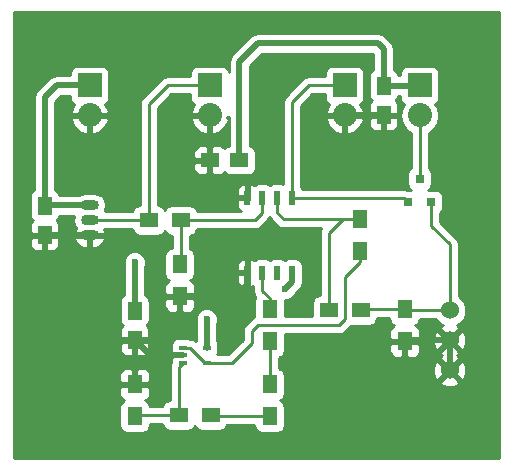
<source format=gbr>
G04 #@! TF.FileFunction,Copper,L1,Top,Signal*
%FSLAX46Y46*%
G04 Gerber Fmt 4.6, Leading zero omitted, Abs format (unit mm)*
G04 Created by KiCad (PCBNEW 4.0.2-stable) date Tuesday, April 12, 2016 'PMt' 12:32:30 PM*
%MOMM*%
G01*
G04 APERTURE LIST*
%ADD10C,0.100000*%
%ADD11R,1.500000X1.250000*%
%ADD12R,1.250000X1.500000*%
%ADD13R,2.032000X2.032000*%
%ADD14O,2.032000X2.032000*%
%ADD15R,0.800100X0.800100*%
%ADD16R,1.500000X1.300000*%
%ADD17R,1.300000X1.500000*%
%ADD18C,1.524000*%
%ADD19R,0.508000X1.143000*%
%ADD20R,0.660400X0.406400*%
%ADD21O,1.501140X0.899160*%
%ADD22C,0.600000*%
%ADD23C,0.500000*%
%ADD24C,0.250000*%
%ADD25C,0.254000*%
G04 APERTURE END LIST*
D10*
D11*
X62250000Y-105410000D03*
X64750000Y-105410000D03*
D12*
X55880000Y-120630000D03*
X55880000Y-118130000D03*
X76962000Y-101580000D03*
X76962000Y-99080000D03*
X48260000Y-111740000D03*
X48260000Y-109240000D03*
D13*
X52070000Y-99060000D03*
D14*
X52070000Y-101600000D03*
D13*
X80010000Y-99060000D03*
D14*
X80010000Y-101600000D03*
D13*
X73660000Y-99060000D03*
D14*
X73660000Y-101600000D03*
D13*
X62230000Y-99060000D03*
D14*
X62230000Y-101600000D03*
D15*
X79060000Y-108950760D03*
X80960000Y-108950760D03*
X80010000Y-106951780D03*
D16*
X59770000Y-110490000D03*
X57070000Y-110490000D03*
D17*
X59690000Y-116920000D03*
X59690000Y-114220000D03*
D16*
X75010000Y-118110000D03*
X72310000Y-118110000D03*
D17*
X74930000Y-113110000D03*
X74930000Y-110410000D03*
X67310000Y-120730000D03*
X67310000Y-118030000D03*
X55880000Y-124380000D03*
X55880000Y-127080000D03*
X67310000Y-124380000D03*
X67310000Y-127080000D03*
D16*
X62310000Y-127000000D03*
X59610000Y-127000000D03*
D17*
X78740000Y-120730000D03*
X78740000Y-118030000D03*
D18*
X82550000Y-120650000D03*
X82550000Y-123190000D03*
X82550000Y-118110000D03*
D19*
X69215000Y-114935000D03*
X67945000Y-114935000D03*
X66675000Y-114935000D03*
X65405000Y-114935000D03*
X65405000Y-108585000D03*
X66675000Y-108585000D03*
X67945000Y-108585000D03*
X69215000Y-108585000D03*
D20*
X59944000Y-121259600D03*
X59944000Y-122580400D03*
X59944000Y-121920000D03*
X61976000Y-122580400D03*
X61976000Y-121259600D03*
D21*
X52070000Y-110490000D03*
X52070000Y-111760000D03*
X52070000Y-109220000D03*
D22*
X68580000Y-116332000D03*
X61976000Y-118872000D03*
X55880000Y-114046000D03*
D23*
X76962000Y-101580000D02*
X73680000Y-101580000D01*
X73680000Y-101580000D02*
X73660000Y-101600000D01*
X62230000Y-101600000D02*
X62230000Y-105390000D01*
X62230000Y-105390000D02*
X62250000Y-105410000D01*
X59944000Y-121920000D02*
X57170000Y-121920000D01*
X57170000Y-121920000D02*
X55880000Y-120630000D01*
X59690000Y-116920000D02*
X64436000Y-116920000D01*
X65405000Y-115951000D02*
X65405000Y-114935000D01*
X64436000Y-116920000D02*
X65405000Y-115951000D01*
X62250000Y-105410000D02*
X62250000Y-107716000D01*
X63119000Y-108585000D02*
X65405000Y-108585000D01*
X62250000Y-107716000D02*
X63119000Y-108585000D01*
X59690000Y-116920000D02*
X59690000Y-118872000D01*
X57932000Y-120630000D02*
X55880000Y-120630000D01*
X59690000Y-118872000D02*
X57932000Y-120630000D01*
X55880000Y-120630000D02*
X55880000Y-124380000D01*
X52070000Y-111760000D02*
X52070000Y-119634000D01*
X52070000Y-119634000D02*
X53066000Y-120630000D01*
X53066000Y-120630000D02*
X55880000Y-120630000D01*
X82550000Y-120650000D02*
X78820000Y-120650000D01*
X78820000Y-120650000D02*
X78740000Y-120730000D01*
X82550000Y-123190000D02*
X82550000Y-120650000D01*
X62230000Y-105390000D02*
X62250000Y-105410000D01*
X48240000Y-111760000D02*
X52070000Y-111760000D01*
X52070000Y-99060000D02*
X49276000Y-99060000D01*
X48260000Y-100076000D02*
X48260000Y-109240000D01*
X49276000Y-99060000D02*
X48260000Y-100076000D01*
X69215000Y-114935000D02*
X69215000Y-115697000D01*
X69215000Y-115697000D02*
X68580000Y-116332000D01*
X61976000Y-121259600D02*
X61976000Y-118872000D01*
X55880000Y-118130000D02*
X55880000Y-114046000D01*
X76962000Y-99080000D02*
X76962000Y-96012000D01*
X64750000Y-97048000D02*
X64750000Y-105410000D01*
X66294000Y-95504000D02*
X64750000Y-97048000D01*
X76454000Y-95504000D02*
X66294000Y-95504000D01*
X76962000Y-96012000D02*
X76454000Y-95504000D01*
X76962000Y-99080000D02*
X79990000Y-99080000D01*
X79990000Y-99080000D02*
X80010000Y-99060000D01*
X48240000Y-109220000D02*
X52070000Y-109220000D01*
D24*
X80010000Y-101600000D02*
X80010000Y-106951780D01*
X69215000Y-108585000D02*
X69215000Y-100457000D01*
X70612000Y-99060000D02*
X73660000Y-99060000D01*
X69215000Y-100457000D02*
X70612000Y-99060000D01*
X69215000Y-108585000D02*
X78694240Y-108585000D01*
X78694240Y-108585000D02*
X79060000Y-108950760D01*
X52070000Y-110490000D02*
X57070000Y-110490000D01*
X57070000Y-110490000D02*
X57070000Y-100664000D01*
X57070000Y-100664000D02*
X58674000Y-99060000D01*
X58674000Y-99060000D02*
X62230000Y-99060000D01*
X78740000Y-118030000D02*
X75090000Y-118030000D01*
X75090000Y-118030000D02*
X75010000Y-118110000D01*
X82550000Y-118110000D02*
X78820000Y-118110000D01*
X78820000Y-118110000D02*
X78740000Y-118030000D01*
X80960000Y-108950760D02*
X80960000Y-110932000D01*
X82550000Y-112522000D02*
X82550000Y-118110000D01*
X80960000Y-110932000D02*
X82550000Y-112522000D01*
D23*
X75090000Y-118030000D02*
X75010000Y-118110000D01*
X82470000Y-118030000D02*
X82550000Y-118110000D01*
D24*
X59770000Y-110490000D02*
X66040000Y-110490000D01*
X66675000Y-109855000D02*
X66675000Y-108585000D01*
X66040000Y-110490000D02*
X66675000Y-109855000D01*
X59770000Y-110490000D02*
X59770000Y-114140000D01*
D23*
X59770000Y-114140000D02*
X59690000Y-114220000D01*
D24*
X67945000Y-108585000D02*
X67945000Y-109855000D01*
X68500000Y-110410000D02*
X73486000Y-110410000D01*
X67945000Y-109855000D02*
X68500000Y-110410000D01*
X72310000Y-118110000D02*
X72310000Y-111586000D01*
X73486000Y-110410000D02*
X74930000Y-110410000D01*
X72310000Y-111586000D02*
X73486000Y-110410000D01*
X61976000Y-122580400D02*
X64109600Y-122580400D01*
X74930000Y-114046000D02*
X74930000Y-113110000D01*
X73660000Y-115316000D02*
X74930000Y-114046000D01*
X73660000Y-118872000D02*
X73660000Y-115316000D01*
X73152000Y-119380000D02*
X73660000Y-118872000D01*
X66294000Y-119380000D02*
X73152000Y-119380000D01*
X65786000Y-119888000D02*
X66294000Y-119380000D01*
X65786000Y-120904000D02*
X65786000Y-119888000D01*
X64109600Y-122580400D02*
X65786000Y-120904000D01*
X59944000Y-121259600D02*
X60553600Y-121259600D01*
X60553600Y-121259600D02*
X61874400Y-122580400D01*
X61874400Y-122580400D02*
X61976000Y-122580400D01*
X67310000Y-120730000D02*
X67310000Y-124380000D01*
X66675000Y-114935000D02*
X66675000Y-116459000D01*
X67310000Y-117094000D02*
X67310000Y-118030000D01*
X66675000Y-116459000D02*
X67310000Y-117094000D01*
X59610000Y-127000000D02*
X59610000Y-122914400D01*
X59610000Y-122914400D02*
X59944000Y-122580400D01*
X59610000Y-127000000D02*
X55960000Y-127000000D01*
X55960000Y-127000000D02*
X55880000Y-127080000D01*
D23*
X59530000Y-127080000D02*
X59610000Y-127000000D01*
D24*
X67310000Y-127080000D02*
X62390000Y-127080000D01*
X62390000Y-127080000D02*
X62310000Y-127000000D01*
D23*
X67230000Y-127000000D02*
X67310000Y-127080000D01*
D25*
G36*
X86691000Y-130633000D02*
X45643000Y-130633000D01*
X45643000Y-123503691D01*
X54595000Y-123503691D01*
X54595000Y-124094250D01*
X54753750Y-124253000D01*
X55753000Y-124253000D01*
X55753000Y-123153750D01*
X56007000Y-123153750D01*
X56007000Y-124253000D01*
X57006250Y-124253000D01*
X57165000Y-124094250D01*
X57165000Y-123503691D01*
X57068327Y-123270302D01*
X56889699Y-123091673D01*
X56656310Y-122995000D01*
X56165750Y-122995000D01*
X56007000Y-123153750D01*
X55753000Y-123153750D01*
X55594250Y-122995000D01*
X55103690Y-122995000D01*
X54870301Y-123091673D01*
X54691673Y-123270302D01*
X54595000Y-123503691D01*
X45643000Y-123503691D01*
X45643000Y-120915750D01*
X54620000Y-120915750D01*
X54620000Y-121506309D01*
X54716673Y-121739698D01*
X54895301Y-121918327D01*
X55128690Y-122015000D01*
X55594250Y-122015000D01*
X55753000Y-121856250D01*
X55753000Y-120757000D01*
X56007000Y-120757000D01*
X56007000Y-121856250D01*
X56165750Y-122015000D01*
X56631310Y-122015000D01*
X56864699Y-121918327D01*
X57043327Y-121739698D01*
X57140000Y-121506309D01*
X57140000Y-120915750D01*
X56981250Y-120757000D01*
X56007000Y-120757000D01*
X55753000Y-120757000D01*
X54778750Y-120757000D01*
X54620000Y-120915750D01*
X45643000Y-120915750D01*
X45643000Y-117380000D01*
X54607560Y-117380000D01*
X54607560Y-118880000D01*
X54651838Y-119115317D01*
X54790910Y-119331441D01*
X54859006Y-119377969D01*
X54716673Y-119520302D01*
X54620000Y-119753691D01*
X54620000Y-120344250D01*
X54778750Y-120503000D01*
X55753000Y-120503000D01*
X55753000Y-120483000D01*
X56007000Y-120483000D01*
X56007000Y-120503000D01*
X56981250Y-120503000D01*
X57140000Y-120344250D01*
X57140000Y-119753691D01*
X57043327Y-119520302D01*
X56902090Y-119379064D01*
X56956441Y-119344090D01*
X57101431Y-119131890D01*
X57152440Y-118880000D01*
X57152440Y-117380000D01*
X57119653Y-117205750D01*
X58405000Y-117205750D01*
X58405000Y-117796309D01*
X58501673Y-118029698D01*
X58680301Y-118208327D01*
X58913690Y-118305000D01*
X59404250Y-118305000D01*
X59563000Y-118146250D01*
X59563000Y-117047000D01*
X59817000Y-117047000D01*
X59817000Y-118146250D01*
X59975750Y-118305000D01*
X60466310Y-118305000D01*
X60699699Y-118208327D01*
X60878327Y-118029698D01*
X60975000Y-117796309D01*
X60975000Y-117205750D01*
X60816250Y-117047000D01*
X59817000Y-117047000D01*
X59563000Y-117047000D01*
X58563750Y-117047000D01*
X58405000Y-117205750D01*
X57119653Y-117205750D01*
X57108162Y-117144683D01*
X56969090Y-116928559D01*
X56765000Y-116789110D01*
X56765000Y-114352822D01*
X56814838Y-114232799D01*
X56815162Y-113860833D01*
X56673117Y-113517057D01*
X56410327Y-113253808D01*
X56066799Y-113111162D01*
X55694833Y-113110838D01*
X55351057Y-113252883D01*
X55087808Y-113515673D01*
X54945162Y-113859201D01*
X54944838Y-114231167D01*
X54995000Y-114352569D01*
X54995000Y-116792721D01*
X54803559Y-116915910D01*
X54658569Y-117128110D01*
X54607560Y-117380000D01*
X45643000Y-117380000D01*
X45643000Y-112025750D01*
X47000000Y-112025750D01*
X47000000Y-112616309D01*
X47096673Y-112849698D01*
X47275301Y-113028327D01*
X47508690Y-113125000D01*
X47974250Y-113125000D01*
X48133000Y-112966250D01*
X48133000Y-111867000D01*
X48387000Y-111867000D01*
X48387000Y-112966250D01*
X48545750Y-113125000D01*
X49011310Y-113125000D01*
X49244699Y-113028327D01*
X49423327Y-112849698D01*
X49520000Y-112616309D01*
X49520000Y-112053935D01*
X50725019Y-112053935D01*
X50912294Y-112437111D01*
X51236627Y-112713420D01*
X51642010Y-112844580D01*
X51943000Y-112844580D01*
X51943000Y-111887000D01*
X52197000Y-111887000D01*
X52197000Y-112844580D01*
X52497990Y-112844580D01*
X52903373Y-112713420D01*
X53227706Y-112437111D01*
X53414981Y-112053935D01*
X53288068Y-111887000D01*
X52197000Y-111887000D01*
X51943000Y-111887000D01*
X50851932Y-111887000D01*
X50725019Y-112053935D01*
X49520000Y-112053935D01*
X49520000Y-112025750D01*
X49361250Y-111867000D01*
X48387000Y-111867000D01*
X48133000Y-111867000D01*
X47158750Y-111867000D01*
X47000000Y-112025750D01*
X45643000Y-112025750D01*
X45643000Y-108490000D01*
X46987560Y-108490000D01*
X46987560Y-109990000D01*
X47031838Y-110225317D01*
X47170910Y-110441441D01*
X47239006Y-110487969D01*
X47096673Y-110630302D01*
X47000000Y-110863691D01*
X47000000Y-111454250D01*
X47158750Y-111613000D01*
X48133000Y-111613000D01*
X48133000Y-111593000D01*
X48387000Y-111593000D01*
X48387000Y-111613000D01*
X49361250Y-111613000D01*
X49520000Y-111454250D01*
X49520000Y-110863691D01*
X49423327Y-110630302D01*
X49282090Y-110489064D01*
X49336441Y-110454090D01*
X49481431Y-110241890D01*
X49509152Y-110105000D01*
X50733866Y-110105000D01*
X50657285Y-110490000D01*
X50739844Y-110905051D01*
X50889641Y-111129238D01*
X50725019Y-111466065D01*
X50851932Y-111633000D01*
X51943000Y-111633000D01*
X51943000Y-111613000D01*
X52197000Y-111613000D01*
X52197000Y-111633000D01*
X53288068Y-111633000D01*
X53414981Y-111466065D01*
X53309381Y-111250000D01*
X55693258Y-111250000D01*
X55716838Y-111375317D01*
X55855910Y-111591441D01*
X56068110Y-111736431D01*
X56320000Y-111787440D01*
X57820000Y-111787440D01*
X58055317Y-111743162D01*
X58271441Y-111604090D01*
X58416431Y-111391890D01*
X58419081Y-111378803D01*
X58555910Y-111591441D01*
X58768110Y-111736431D01*
X59010000Y-111785415D01*
X59010000Y-112828205D01*
X58804683Y-112866838D01*
X58588559Y-113005910D01*
X58443569Y-113218110D01*
X58392560Y-113470000D01*
X58392560Y-114970000D01*
X58436838Y-115205317D01*
X58575910Y-115421441D01*
X58788110Y-115566431D01*
X58821490Y-115573191D01*
X58680301Y-115631673D01*
X58501673Y-115810302D01*
X58405000Y-116043691D01*
X58405000Y-116634250D01*
X58563750Y-116793000D01*
X59563000Y-116793000D01*
X59563000Y-116773000D01*
X59817000Y-116773000D01*
X59817000Y-116793000D01*
X60816250Y-116793000D01*
X60975000Y-116634250D01*
X60975000Y-116043691D01*
X60878327Y-115810302D01*
X60699699Y-115631673D01*
X60563713Y-115575346D01*
X60575317Y-115573162D01*
X60791441Y-115434090D01*
X60936431Y-115221890D01*
X60936661Y-115220750D01*
X64516000Y-115220750D01*
X64516000Y-115632810D01*
X64612673Y-115866199D01*
X64791302Y-116044827D01*
X65024691Y-116141500D01*
X65119250Y-116141500D01*
X65278000Y-115982750D01*
X65278000Y-115062000D01*
X64674750Y-115062000D01*
X64516000Y-115220750D01*
X60936661Y-115220750D01*
X60987440Y-114970000D01*
X60987440Y-114237190D01*
X64516000Y-114237190D01*
X64516000Y-114649250D01*
X64674750Y-114808000D01*
X65278000Y-114808000D01*
X65278000Y-113887250D01*
X65119250Y-113728500D01*
X65024691Y-113728500D01*
X64791302Y-113825173D01*
X64612673Y-114003801D01*
X64516000Y-114237190D01*
X60987440Y-114237190D01*
X60987440Y-113470000D01*
X60943162Y-113234683D01*
X60804090Y-113018559D01*
X60591890Y-112873569D01*
X60530000Y-112861036D01*
X60530000Y-111785558D01*
X60755317Y-111743162D01*
X60971441Y-111604090D01*
X61116431Y-111391890D01*
X61145164Y-111250000D01*
X66040000Y-111250000D01*
X66330839Y-111192148D01*
X66577401Y-111027401D01*
X67212401Y-110392401D01*
X67310000Y-110246333D01*
X67407599Y-110392401D01*
X67962599Y-110947401D01*
X68209161Y-111112148D01*
X68500000Y-111170000D01*
X71691482Y-111170000D01*
X71607852Y-111295161D01*
X71550000Y-111586000D01*
X71550000Y-116814442D01*
X71324683Y-116856838D01*
X71108559Y-116995910D01*
X70963569Y-117208110D01*
X70912560Y-117460000D01*
X70912560Y-118620000D01*
X68607440Y-118620000D01*
X68607440Y-117280000D01*
X68604998Y-117267022D01*
X68765167Y-117267162D01*
X69108943Y-117125117D01*
X69372192Y-116862327D01*
X69422566Y-116741014D01*
X69840787Y-116322792D01*
X69840790Y-116322790D01*
X70032633Y-116035675D01*
X70032634Y-116035674D01*
X70100001Y-115697000D01*
X70100000Y-115696995D01*
X70100000Y-115587683D01*
X70116440Y-115506500D01*
X70116440Y-114363500D01*
X70072162Y-114128183D01*
X69933090Y-113912059D01*
X69720890Y-113767069D01*
X69469000Y-113716060D01*
X68961000Y-113716060D01*
X68725683Y-113760338D01*
X68579093Y-113854666D01*
X68450890Y-113767069D01*
X68199000Y-113716060D01*
X67691000Y-113716060D01*
X67455683Y-113760338D01*
X67309093Y-113854666D01*
X67180890Y-113767069D01*
X66929000Y-113716060D01*
X66421000Y-113716060D01*
X66185683Y-113760338D01*
X66044629Y-113851104D01*
X66018698Y-113825173D01*
X65785309Y-113728500D01*
X65690750Y-113728500D01*
X65532000Y-113887250D01*
X65532000Y-114808000D01*
X65552000Y-114808000D01*
X65552000Y-115062000D01*
X65532000Y-115062000D01*
X65532000Y-115982750D01*
X65690750Y-116141500D01*
X65785309Y-116141500D01*
X65915000Y-116087780D01*
X65915000Y-116459000D01*
X65972852Y-116749839D01*
X66111709Y-116957654D01*
X66063569Y-117028110D01*
X66012560Y-117280000D01*
X66012560Y-118675982D01*
X66003161Y-118677852D01*
X65850285Y-118780000D01*
X65756599Y-118842599D01*
X65248599Y-119350599D01*
X65083852Y-119597161D01*
X65026000Y-119888000D01*
X65026000Y-120589198D01*
X63794798Y-121820400D01*
X62830402Y-121820400D01*
X62902631Y-121714690D01*
X62953640Y-121462800D01*
X62953640Y-121056400D01*
X62909362Y-120821083D01*
X62861000Y-120745926D01*
X62861000Y-119178822D01*
X62910838Y-119058799D01*
X62911162Y-118686833D01*
X62769117Y-118343057D01*
X62506327Y-118079808D01*
X62162799Y-117937162D01*
X61790833Y-117936838D01*
X61447057Y-118078883D01*
X61183808Y-118341673D01*
X61041162Y-118685201D01*
X61040838Y-119057167D01*
X61091000Y-119178569D01*
X61091000Y-120722198D01*
X60844439Y-120557452D01*
X60596614Y-120508156D01*
X60526090Y-120459969D01*
X60274200Y-120408960D01*
X59613800Y-120408960D01*
X59378483Y-120453238D01*
X59162359Y-120592310D01*
X59017369Y-120804510D01*
X58966360Y-121056400D01*
X58966360Y-121462800D01*
X58986767Y-121571256D01*
X58978800Y-121590491D01*
X58978800Y-121659650D01*
X59009102Y-121689952D01*
X59010638Y-121698117D01*
X59149710Y-121914241D01*
X59157806Y-121919773D01*
X59017369Y-122125310D01*
X59013187Y-122145963D01*
X58978800Y-122180350D01*
X58978800Y-122249509D01*
X58987812Y-122271266D01*
X58966360Y-122377200D01*
X58966360Y-122535997D01*
X58907852Y-122623561D01*
X58850000Y-122914400D01*
X58850000Y-125704442D01*
X58624683Y-125746838D01*
X58408559Y-125885910D01*
X58263569Y-126098110D01*
X58234836Y-126240000D01*
X57160505Y-126240000D01*
X57133162Y-126094683D01*
X56994090Y-125878559D01*
X56781890Y-125733569D01*
X56748510Y-125726809D01*
X56889699Y-125668327D01*
X57068327Y-125489698D01*
X57165000Y-125256309D01*
X57165000Y-124665750D01*
X57006250Y-124507000D01*
X56007000Y-124507000D01*
X56007000Y-124527000D01*
X55753000Y-124527000D01*
X55753000Y-124507000D01*
X54753750Y-124507000D01*
X54595000Y-124665750D01*
X54595000Y-125256309D01*
X54691673Y-125489698D01*
X54870301Y-125668327D01*
X55006287Y-125724654D01*
X54994683Y-125726838D01*
X54778559Y-125865910D01*
X54633569Y-126078110D01*
X54582560Y-126330000D01*
X54582560Y-127830000D01*
X54626838Y-128065317D01*
X54765910Y-128281441D01*
X54978110Y-128426431D01*
X55230000Y-128477440D01*
X56530000Y-128477440D01*
X56765317Y-128433162D01*
X56981441Y-128294090D01*
X57126431Y-128081890D01*
X57177440Y-127830000D01*
X57177440Y-127760000D01*
X58233258Y-127760000D01*
X58256838Y-127885317D01*
X58395910Y-128101441D01*
X58608110Y-128246431D01*
X58860000Y-128297440D01*
X60360000Y-128297440D01*
X60595317Y-128253162D01*
X60811441Y-128114090D01*
X60956431Y-127901890D01*
X60959081Y-127888803D01*
X61095910Y-128101441D01*
X61308110Y-128246431D01*
X61560000Y-128297440D01*
X63060000Y-128297440D01*
X63295317Y-128253162D01*
X63511441Y-128114090D01*
X63656431Y-127901890D01*
X63668964Y-127840000D01*
X66014442Y-127840000D01*
X66056838Y-128065317D01*
X66195910Y-128281441D01*
X66408110Y-128426431D01*
X66660000Y-128477440D01*
X67960000Y-128477440D01*
X68195317Y-128433162D01*
X68411441Y-128294090D01*
X68556431Y-128081890D01*
X68607440Y-127830000D01*
X68607440Y-126330000D01*
X68563162Y-126094683D01*
X68424090Y-125878559D01*
X68211890Y-125733569D01*
X68198803Y-125730919D01*
X68411441Y-125594090D01*
X68556431Y-125381890D01*
X68607440Y-125130000D01*
X68607440Y-124170213D01*
X81749392Y-124170213D01*
X81818857Y-124412397D01*
X82342302Y-124599144D01*
X82897368Y-124571362D01*
X83281143Y-124412397D01*
X83350608Y-124170213D01*
X82550000Y-123369605D01*
X81749392Y-124170213D01*
X68607440Y-124170213D01*
X68607440Y-123630000D01*
X68563162Y-123394683D01*
X68424090Y-123178559D01*
X68211890Y-123033569D01*
X68070000Y-123004836D01*
X68070000Y-122982302D01*
X81140856Y-122982302D01*
X81168638Y-123537368D01*
X81327603Y-123921143D01*
X81569787Y-123990608D01*
X82370395Y-123190000D01*
X82729605Y-123190000D01*
X83530213Y-123990608D01*
X83772397Y-123921143D01*
X83959144Y-123397698D01*
X83931362Y-122842632D01*
X83772397Y-122458857D01*
X83530213Y-122389392D01*
X82729605Y-123190000D01*
X82370395Y-123190000D01*
X81569787Y-122389392D01*
X81327603Y-122458857D01*
X81140856Y-122982302D01*
X68070000Y-122982302D01*
X68070000Y-122106742D01*
X68195317Y-122083162D01*
X68411441Y-121944090D01*
X68556431Y-121731890D01*
X68607440Y-121480000D01*
X68607440Y-121015750D01*
X77455000Y-121015750D01*
X77455000Y-121606309D01*
X77551673Y-121839698D01*
X77730301Y-122018327D01*
X77963690Y-122115000D01*
X78454250Y-122115000D01*
X78613000Y-121956250D01*
X78613000Y-120857000D01*
X78867000Y-120857000D01*
X78867000Y-121956250D01*
X79025750Y-122115000D01*
X79516310Y-122115000D01*
X79749699Y-122018327D01*
X79928327Y-121839698D01*
X80015098Y-121630213D01*
X81749392Y-121630213D01*
X81818857Y-121872397D01*
X81942344Y-121916453D01*
X81818857Y-121967603D01*
X81749392Y-122209787D01*
X82550000Y-123010395D01*
X83350608Y-122209787D01*
X83281143Y-121967603D01*
X83157656Y-121923547D01*
X83281143Y-121872397D01*
X83350608Y-121630213D01*
X82550000Y-120829605D01*
X81749392Y-121630213D01*
X80015098Y-121630213D01*
X80025000Y-121606309D01*
X80025000Y-121015750D01*
X79866250Y-120857000D01*
X78867000Y-120857000D01*
X78613000Y-120857000D01*
X77613750Y-120857000D01*
X77455000Y-121015750D01*
X68607440Y-121015750D01*
X68607440Y-120140000D01*
X73152000Y-120140000D01*
X73442839Y-120082148D01*
X73689401Y-119917401D01*
X74197401Y-119409401D01*
X74206016Y-119396508D01*
X74260000Y-119407440D01*
X75760000Y-119407440D01*
X75995317Y-119363162D01*
X76211441Y-119224090D01*
X76356431Y-119011890D01*
X76401365Y-118790000D01*
X77444442Y-118790000D01*
X77486838Y-119015317D01*
X77625910Y-119231441D01*
X77838110Y-119376431D01*
X77871490Y-119383191D01*
X77730301Y-119441673D01*
X77551673Y-119620302D01*
X77455000Y-119853691D01*
X77455000Y-120444250D01*
X77613750Y-120603000D01*
X78613000Y-120603000D01*
X78613000Y-120583000D01*
X78867000Y-120583000D01*
X78867000Y-120603000D01*
X79866250Y-120603000D01*
X80025000Y-120444250D01*
X80025000Y-120442302D01*
X81140856Y-120442302D01*
X81168638Y-120997368D01*
X81327603Y-121381143D01*
X81569787Y-121450608D01*
X82370395Y-120650000D01*
X82729605Y-120650000D01*
X83530213Y-121450608D01*
X83772397Y-121381143D01*
X83959144Y-120857698D01*
X83931362Y-120302632D01*
X83772397Y-119918857D01*
X83530213Y-119849392D01*
X82729605Y-120650000D01*
X82370395Y-120650000D01*
X81569787Y-119849392D01*
X81327603Y-119918857D01*
X81140856Y-120442302D01*
X80025000Y-120442302D01*
X80025000Y-119853691D01*
X79928327Y-119620302D01*
X79749699Y-119441673D01*
X79613713Y-119385346D01*
X79625317Y-119383162D01*
X79841441Y-119244090D01*
X79986431Y-119031890D01*
X80019215Y-118870000D01*
X81352469Y-118870000D01*
X81364990Y-118900303D01*
X81757630Y-119293629D01*
X81949727Y-119373395D01*
X81818857Y-119427603D01*
X81749392Y-119669787D01*
X82550000Y-120470395D01*
X83350608Y-119669787D01*
X83281143Y-119427603D01*
X83140682Y-119377491D01*
X83340303Y-119295010D01*
X83733629Y-118902370D01*
X83946757Y-118389100D01*
X83947242Y-117833339D01*
X83735010Y-117319697D01*
X83342370Y-116926371D01*
X83310000Y-116912930D01*
X83310000Y-112522000D01*
X83252148Y-112231161D01*
X83087401Y-111984599D01*
X81720000Y-110617198D01*
X81720000Y-109873773D01*
X81811491Y-109814900D01*
X81956481Y-109602700D01*
X82007490Y-109350810D01*
X82007490Y-108550710D01*
X81963212Y-108315393D01*
X81824140Y-108099269D01*
X81611940Y-107954279D01*
X81360050Y-107903270D01*
X80725745Y-107903270D01*
X80861491Y-107815920D01*
X81006481Y-107603720D01*
X81057490Y-107351830D01*
X81057490Y-106551730D01*
X81013212Y-106316413D01*
X80874140Y-106100289D01*
X80770000Y-106029133D01*
X80770000Y-103072016D01*
X81177433Y-102799778D01*
X81535325Y-102264155D01*
X81661000Y-101632345D01*
X81661000Y-101567655D01*
X81535325Y-100935845D01*
X81332996Y-100633038D01*
X81477441Y-100540090D01*
X81622431Y-100327890D01*
X81673440Y-100076000D01*
X81673440Y-98044000D01*
X81629162Y-97808683D01*
X81490090Y-97592559D01*
X81277890Y-97447569D01*
X81026000Y-97396560D01*
X78994000Y-97396560D01*
X78758683Y-97440838D01*
X78542559Y-97579910D01*
X78397569Y-97792110D01*
X78346560Y-98044000D01*
X78346560Y-98195000D01*
X78209038Y-98195000D01*
X78190162Y-98094683D01*
X78051090Y-97878559D01*
X77847000Y-97739110D01*
X77847000Y-96012000D01*
X77779633Y-95673325D01*
X77587790Y-95386210D01*
X77587787Y-95386208D01*
X77079790Y-94878210D01*
X76792675Y-94686367D01*
X76736484Y-94675190D01*
X76454000Y-94618999D01*
X76453995Y-94619000D01*
X66294005Y-94619000D01*
X66294000Y-94618999D01*
X66011516Y-94675190D01*
X65955325Y-94686367D01*
X65668210Y-94878210D01*
X65668208Y-94878213D01*
X64124210Y-96422210D01*
X63932367Y-96709325D01*
X63932367Y-96709326D01*
X63864999Y-97048000D01*
X63865000Y-97048005D01*
X63865000Y-97892855D01*
X63849162Y-97808683D01*
X63710090Y-97592559D01*
X63497890Y-97447569D01*
X63246000Y-97396560D01*
X61214000Y-97396560D01*
X60978683Y-97440838D01*
X60762559Y-97579910D01*
X60617569Y-97792110D01*
X60566560Y-98044000D01*
X60566560Y-98300000D01*
X58674000Y-98300000D01*
X58383161Y-98357852D01*
X58136599Y-98522599D01*
X56532599Y-100126599D01*
X56367852Y-100373161D01*
X56310000Y-100664000D01*
X56310000Y-109194442D01*
X56084683Y-109236838D01*
X55868559Y-109375910D01*
X55723569Y-109588110D01*
X55694836Y-109730000D01*
X53336713Y-109730000D01*
X53400156Y-109635051D01*
X53482715Y-109220000D01*
X53400156Y-108804949D01*
X53165049Y-108453086D01*
X52813186Y-108217979D01*
X52398135Y-108135420D01*
X51741865Y-108135420D01*
X51326814Y-108217979D01*
X51151679Y-108335000D01*
X49503275Y-108335000D01*
X49488162Y-108254683D01*
X49349090Y-108038559D01*
X49145000Y-107899110D01*
X49145000Y-101982946D01*
X50464017Y-101982946D01*
X50732812Y-102568379D01*
X51205182Y-103006385D01*
X51687056Y-103205975D01*
X51943000Y-103086836D01*
X51943000Y-101727000D01*
X52197000Y-101727000D01*
X52197000Y-103086836D01*
X52452944Y-103205975D01*
X52934818Y-103006385D01*
X53407188Y-102568379D01*
X53675983Y-101982946D01*
X53557367Y-101727000D01*
X52197000Y-101727000D01*
X51943000Y-101727000D01*
X50582633Y-101727000D01*
X50464017Y-101982946D01*
X49145000Y-101982946D01*
X49145000Y-100442580D01*
X49642579Y-99945000D01*
X50406560Y-99945000D01*
X50406560Y-100076000D01*
X50450838Y-100311317D01*
X50589910Y-100527441D01*
X50736872Y-100627856D01*
X50732812Y-100631621D01*
X50464017Y-101217054D01*
X50582633Y-101473000D01*
X51943000Y-101473000D01*
X51943000Y-101453000D01*
X52197000Y-101453000D01*
X52197000Y-101473000D01*
X53557367Y-101473000D01*
X53675983Y-101217054D01*
X53407188Y-100631621D01*
X53402276Y-100627066D01*
X53537441Y-100540090D01*
X53682431Y-100327890D01*
X53733440Y-100076000D01*
X53733440Y-98044000D01*
X53689162Y-97808683D01*
X53550090Y-97592559D01*
X53337890Y-97447569D01*
X53086000Y-97396560D01*
X51054000Y-97396560D01*
X50818683Y-97440838D01*
X50602559Y-97579910D01*
X50457569Y-97792110D01*
X50406560Y-98044000D01*
X50406560Y-98175000D01*
X49276005Y-98175000D01*
X49276000Y-98174999D01*
X48993516Y-98231190D01*
X48937325Y-98242367D01*
X48650210Y-98434210D01*
X48650208Y-98434213D01*
X47634210Y-99450210D01*
X47442367Y-99737325D01*
X47442367Y-99737326D01*
X47374999Y-100076000D01*
X47375000Y-100076005D01*
X47375000Y-107902721D01*
X47183559Y-108025910D01*
X47038569Y-108238110D01*
X46987560Y-108490000D01*
X45643000Y-108490000D01*
X45643000Y-92887000D01*
X86691000Y-92887000D01*
X86691000Y-130633000D01*
X86691000Y-130633000D01*
G37*
X86691000Y-130633000D02*
X45643000Y-130633000D01*
X45643000Y-123503691D01*
X54595000Y-123503691D01*
X54595000Y-124094250D01*
X54753750Y-124253000D01*
X55753000Y-124253000D01*
X55753000Y-123153750D01*
X56007000Y-123153750D01*
X56007000Y-124253000D01*
X57006250Y-124253000D01*
X57165000Y-124094250D01*
X57165000Y-123503691D01*
X57068327Y-123270302D01*
X56889699Y-123091673D01*
X56656310Y-122995000D01*
X56165750Y-122995000D01*
X56007000Y-123153750D01*
X55753000Y-123153750D01*
X55594250Y-122995000D01*
X55103690Y-122995000D01*
X54870301Y-123091673D01*
X54691673Y-123270302D01*
X54595000Y-123503691D01*
X45643000Y-123503691D01*
X45643000Y-120915750D01*
X54620000Y-120915750D01*
X54620000Y-121506309D01*
X54716673Y-121739698D01*
X54895301Y-121918327D01*
X55128690Y-122015000D01*
X55594250Y-122015000D01*
X55753000Y-121856250D01*
X55753000Y-120757000D01*
X56007000Y-120757000D01*
X56007000Y-121856250D01*
X56165750Y-122015000D01*
X56631310Y-122015000D01*
X56864699Y-121918327D01*
X57043327Y-121739698D01*
X57140000Y-121506309D01*
X57140000Y-120915750D01*
X56981250Y-120757000D01*
X56007000Y-120757000D01*
X55753000Y-120757000D01*
X54778750Y-120757000D01*
X54620000Y-120915750D01*
X45643000Y-120915750D01*
X45643000Y-117380000D01*
X54607560Y-117380000D01*
X54607560Y-118880000D01*
X54651838Y-119115317D01*
X54790910Y-119331441D01*
X54859006Y-119377969D01*
X54716673Y-119520302D01*
X54620000Y-119753691D01*
X54620000Y-120344250D01*
X54778750Y-120503000D01*
X55753000Y-120503000D01*
X55753000Y-120483000D01*
X56007000Y-120483000D01*
X56007000Y-120503000D01*
X56981250Y-120503000D01*
X57140000Y-120344250D01*
X57140000Y-119753691D01*
X57043327Y-119520302D01*
X56902090Y-119379064D01*
X56956441Y-119344090D01*
X57101431Y-119131890D01*
X57152440Y-118880000D01*
X57152440Y-117380000D01*
X57119653Y-117205750D01*
X58405000Y-117205750D01*
X58405000Y-117796309D01*
X58501673Y-118029698D01*
X58680301Y-118208327D01*
X58913690Y-118305000D01*
X59404250Y-118305000D01*
X59563000Y-118146250D01*
X59563000Y-117047000D01*
X59817000Y-117047000D01*
X59817000Y-118146250D01*
X59975750Y-118305000D01*
X60466310Y-118305000D01*
X60699699Y-118208327D01*
X60878327Y-118029698D01*
X60975000Y-117796309D01*
X60975000Y-117205750D01*
X60816250Y-117047000D01*
X59817000Y-117047000D01*
X59563000Y-117047000D01*
X58563750Y-117047000D01*
X58405000Y-117205750D01*
X57119653Y-117205750D01*
X57108162Y-117144683D01*
X56969090Y-116928559D01*
X56765000Y-116789110D01*
X56765000Y-114352822D01*
X56814838Y-114232799D01*
X56815162Y-113860833D01*
X56673117Y-113517057D01*
X56410327Y-113253808D01*
X56066799Y-113111162D01*
X55694833Y-113110838D01*
X55351057Y-113252883D01*
X55087808Y-113515673D01*
X54945162Y-113859201D01*
X54944838Y-114231167D01*
X54995000Y-114352569D01*
X54995000Y-116792721D01*
X54803559Y-116915910D01*
X54658569Y-117128110D01*
X54607560Y-117380000D01*
X45643000Y-117380000D01*
X45643000Y-112025750D01*
X47000000Y-112025750D01*
X47000000Y-112616309D01*
X47096673Y-112849698D01*
X47275301Y-113028327D01*
X47508690Y-113125000D01*
X47974250Y-113125000D01*
X48133000Y-112966250D01*
X48133000Y-111867000D01*
X48387000Y-111867000D01*
X48387000Y-112966250D01*
X48545750Y-113125000D01*
X49011310Y-113125000D01*
X49244699Y-113028327D01*
X49423327Y-112849698D01*
X49520000Y-112616309D01*
X49520000Y-112053935D01*
X50725019Y-112053935D01*
X50912294Y-112437111D01*
X51236627Y-112713420D01*
X51642010Y-112844580D01*
X51943000Y-112844580D01*
X51943000Y-111887000D01*
X52197000Y-111887000D01*
X52197000Y-112844580D01*
X52497990Y-112844580D01*
X52903373Y-112713420D01*
X53227706Y-112437111D01*
X53414981Y-112053935D01*
X53288068Y-111887000D01*
X52197000Y-111887000D01*
X51943000Y-111887000D01*
X50851932Y-111887000D01*
X50725019Y-112053935D01*
X49520000Y-112053935D01*
X49520000Y-112025750D01*
X49361250Y-111867000D01*
X48387000Y-111867000D01*
X48133000Y-111867000D01*
X47158750Y-111867000D01*
X47000000Y-112025750D01*
X45643000Y-112025750D01*
X45643000Y-108490000D01*
X46987560Y-108490000D01*
X46987560Y-109990000D01*
X47031838Y-110225317D01*
X47170910Y-110441441D01*
X47239006Y-110487969D01*
X47096673Y-110630302D01*
X47000000Y-110863691D01*
X47000000Y-111454250D01*
X47158750Y-111613000D01*
X48133000Y-111613000D01*
X48133000Y-111593000D01*
X48387000Y-111593000D01*
X48387000Y-111613000D01*
X49361250Y-111613000D01*
X49520000Y-111454250D01*
X49520000Y-110863691D01*
X49423327Y-110630302D01*
X49282090Y-110489064D01*
X49336441Y-110454090D01*
X49481431Y-110241890D01*
X49509152Y-110105000D01*
X50733866Y-110105000D01*
X50657285Y-110490000D01*
X50739844Y-110905051D01*
X50889641Y-111129238D01*
X50725019Y-111466065D01*
X50851932Y-111633000D01*
X51943000Y-111633000D01*
X51943000Y-111613000D01*
X52197000Y-111613000D01*
X52197000Y-111633000D01*
X53288068Y-111633000D01*
X53414981Y-111466065D01*
X53309381Y-111250000D01*
X55693258Y-111250000D01*
X55716838Y-111375317D01*
X55855910Y-111591441D01*
X56068110Y-111736431D01*
X56320000Y-111787440D01*
X57820000Y-111787440D01*
X58055317Y-111743162D01*
X58271441Y-111604090D01*
X58416431Y-111391890D01*
X58419081Y-111378803D01*
X58555910Y-111591441D01*
X58768110Y-111736431D01*
X59010000Y-111785415D01*
X59010000Y-112828205D01*
X58804683Y-112866838D01*
X58588559Y-113005910D01*
X58443569Y-113218110D01*
X58392560Y-113470000D01*
X58392560Y-114970000D01*
X58436838Y-115205317D01*
X58575910Y-115421441D01*
X58788110Y-115566431D01*
X58821490Y-115573191D01*
X58680301Y-115631673D01*
X58501673Y-115810302D01*
X58405000Y-116043691D01*
X58405000Y-116634250D01*
X58563750Y-116793000D01*
X59563000Y-116793000D01*
X59563000Y-116773000D01*
X59817000Y-116773000D01*
X59817000Y-116793000D01*
X60816250Y-116793000D01*
X60975000Y-116634250D01*
X60975000Y-116043691D01*
X60878327Y-115810302D01*
X60699699Y-115631673D01*
X60563713Y-115575346D01*
X60575317Y-115573162D01*
X60791441Y-115434090D01*
X60936431Y-115221890D01*
X60936661Y-115220750D01*
X64516000Y-115220750D01*
X64516000Y-115632810D01*
X64612673Y-115866199D01*
X64791302Y-116044827D01*
X65024691Y-116141500D01*
X65119250Y-116141500D01*
X65278000Y-115982750D01*
X65278000Y-115062000D01*
X64674750Y-115062000D01*
X64516000Y-115220750D01*
X60936661Y-115220750D01*
X60987440Y-114970000D01*
X60987440Y-114237190D01*
X64516000Y-114237190D01*
X64516000Y-114649250D01*
X64674750Y-114808000D01*
X65278000Y-114808000D01*
X65278000Y-113887250D01*
X65119250Y-113728500D01*
X65024691Y-113728500D01*
X64791302Y-113825173D01*
X64612673Y-114003801D01*
X64516000Y-114237190D01*
X60987440Y-114237190D01*
X60987440Y-113470000D01*
X60943162Y-113234683D01*
X60804090Y-113018559D01*
X60591890Y-112873569D01*
X60530000Y-112861036D01*
X60530000Y-111785558D01*
X60755317Y-111743162D01*
X60971441Y-111604090D01*
X61116431Y-111391890D01*
X61145164Y-111250000D01*
X66040000Y-111250000D01*
X66330839Y-111192148D01*
X66577401Y-111027401D01*
X67212401Y-110392401D01*
X67310000Y-110246333D01*
X67407599Y-110392401D01*
X67962599Y-110947401D01*
X68209161Y-111112148D01*
X68500000Y-111170000D01*
X71691482Y-111170000D01*
X71607852Y-111295161D01*
X71550000Y-111586000D01*
X71550000Y-116814442D01*
X71324683Y-116856838D01*
X71108559Y-116995910D01*
X70963569Y-117208110D01*
X70912560Y-117460000D01*
X70912560Y-118620000D01*
X68607440Y-118620000D01*
X68607440Y-117280000D01*
X68604998Y-117267022D01*
X68765167Y-117267162D01*
X69108943Y-117125117D01*
X69372192Y-116862327D01*
X69422566Y-116741014D01*
X69840787Y-116322792D01*
X69840790Y-116322790D01*
X70032633Y-116035675D01*
X70032634Y-116035674D01*
X70100001Y-115697000D01*
X70100000Y-115696995D01*
X70100000Y-115587683D01*
X70116440Y-115506500D01*
X70116440Y-114363500D01*
X70072162Y-114128183D01*
X69933090Y-113912059D01*
X69720890Y-113767069D01*
X69469000Y-113716060D01*
X68961000Y-113716060D01*
X68725683Y-113760338D01*
X68579093Y-113854666D01*
X68450890Y-113767069D01*
X68199000Y-113716060D01*
X67691000Y-113716060D01*
X67455683Y-113760338D01*
X67309093Y-113854666D01*
X67180890Y-113767069D01*
X66929000Y-113716060D01*
X66421000Y-113716060D01*
X66185683Y-113760338D01*
X66044629Y-113851104D01*
X66018698Y-113825173D01*
X65785309Y-113728500D01*
X65690750Y-113728500D01*
X65532000Y-113887250D01*
X65532000Y-114808000D01*
X65552000Y-114808000D01*
X65552000Y-115062000D01*
X65532000Y-115062000D01*
X65532000Y-115982750D01*
X65690750Y-116141500D01*
X65785309Y-116141500D01*
X65915000Y-116087780D01*
X65915000Y-116459000D01*
X65972852Y-116749839D01*
X66111709Y-116957654D01*
X66063569Y-117028110D01*
X66012560Y-117280000D01*
X66012560Y-118675982D01*
X66003161Y-118677852D01*
X65850285Y-118780000D01*
X65756599Y-118842599D01*
X65248599Y-119350599D01*
X65083852Y-119597161D01*
X65026000Y-119888000D01*
X65026000Y-120589198D01*
X63794798Y-121820400D01*
X62830402Y-121820400D01*
X62902631Y-121714690D01*
X62953640Y-121462800D01*
X62953640Y-121056400D01*
X62909362Y-120821083D01*
X62861000Y-120745926D01*
X62861000Y-119178822D01*
X62910838Y-119058799D01*
X62911162Y-118686833D01*
X62769117Y-118343057D01*
X62506327Y-118079808D01*
X62162799Y-117937162D01*
X61790833Y-117936838D01*
X61447057Y-118078883D01*
X61183808Y-118341673D01*
X61041162Y-118685201D01*
X61040838Y-119057167D01*
X61091000Y-119178569D01*
X61091000Y-120722198D01*
X60844439Y-120557452D01*
X60596614Y-120508156D01*
X60526090Y-120459969D01*
X60274200Y-120408960D01*
X59613800Y-120408960D01*
X59378483Y-120453238D01*
X59162359Y-120592310D01*
X59017369Y-120804510D01*
X58966360Y-121056400D01*
X58966360Y-121462800D01*
X58986767Y-121571256D01*
X58978800Y-121590491D01*
X58978800Y-121659650D01*
X59009102Y-121689952D01*
X59010638Y-121698117D01*
X59149710Y-121914241D01*
X59157806Y-121919773D01*
X59017369Y-122125310D01*
X59013187Y-122145963D01*
X58978800Y-122180350D01*
X58978800Y-122249509D01*
X58987812Y-122271266D01*
X58966360Y-122377200D01*
X58966360Y-122535997D01*
X58907852Y-122623561D01*
X58850000Y-122914400D01*
X58850000Y-125704442D01*
X58624683Y-125746838D01*
X58408559Y-125885910D01*
X58263569Y-126098110D01*
X58234836Y-126240000D01*
X57160505Y-126240000D01*
X57133162Y-126094683D01*
X56994090Y-125878559D01*
X56781890Y-125733569D01*
X56748510Y-125726809D01*
X56889699Y-125668327D01*
X57068327Y-125489698D01*
X57165000Y-125256309D01*
X57165000Y-124665750D01*
X57006250Y-124507000D01*
X56007000Y-124507000D01*
X56007000Y-124527000D01*
X55753000Y-124527000D01*
X55753000Y-124507000D01*
X54753750Y-124507000D01*
X54595000Y-124665750D01*
X54595000Y-125256309D01*
X54691673Y-125489698D01*
X54870301Y-125668327D01*
X55006287Y-125724654D01*
X54994683Y-125726838D01*
X54778559Y-125865910D01*
X54633569Y-126078110D01*
X54582560Y-126330000D01*
X54582560Y-127830000D01*
X54626838Y-128065317D01*
X54765910Y-128281441D01*
X54978110Y-128426431D01*
X55230000Y-128477440D01*
X56530000Y-128477440D01*
X56765317Y-128433162D01*
X56981441Y-128294090D01*
X57126431Y-128081890D01*
X57177440Y-127830000D01*
X57177440Y-127760000D01*
X58233258Y-127760000D01*
X58256838Y-127885317D01*
X58395910Y-128101441D01*
X58608110Y-128246431D01*
X58860000Y-128297440D01*
X60360000Y-128297440D01*
X60595317Y-128253162D01*
X60811441Y-128114090D01*
X60956431Y-127901890D01*
X60959081Y-127888803D01*
X61095910Y-128101441D01*
X61308110Y-128246431D01*
X61560000Y-128297440D01*
X63060000Y-128297440D01*
X63295317Y-128253162D01*
X63511441Y-128114090D01*
X63656431Y-127901890D01*
X63668964Y-127840000D01*
X66014442Y-127840000D01*
X66056838Y-128065317D01*
X66195910Y-128281441D01*
X66408110Y-128426431D01*
X66660000Y-128477440D01*
X67960000Y-128477440D01*
X68195317Y-128433162D01*
X68411441Y-128294090D01*
X68556431Y-128081890D01*
X68607440Y-127830000D01*
X68607440Y-126330000D01*
X68563162Y-126094683D01*
X68424090Y-125878559D01*
X68211890Y-125733569D01*
X68198803Y-125730919D01*
X68411441Y-125594090D01*
X68556431Y-125381890D01*
X68607440Y-125130000D01*
X68607440Y-124170213D01*
X81749392Y-124170213D01*
X81818857Y-124412397D01*
X82342302Y-124599144D01*
X82897368Y-124571362D01*
X83281143Y-124412397D01*
X83350608Y-124170213D01*
X82550000Y-123369605D01*
X81749392Y-124170213D01*
X68607440Y-124170213D01*
X68607440Y-123630000D01*
X68563162Y-123394683D01*
X68424090Y-123178559D01*
X68211890Y-123033569D01*
X68070000Y-123004836D01*
X68070000Y-122982302D01*
X81140856Y-122982302D01*
X81168638Y-123537368D01*
X81327603Y-123921143D01*
X81569787Y-123990608D01*
X82370395Y-123190000D01*
X82729605Y-123190000D01*
X83530213Y-123990608D01*
X83772397Y-123921143D01*
X83959144Y-123397698D01*
X83931362Y-122842632D01*
X83772397Y-122458857D01*
X83530213Y-122389392D01*
X82729605Y-123190000D01*
X82370395Y-123190000D01*
X81569787Y-122389392D01*
X81327603Y-122458857D01*
X81140856Y-122982302D01*
X68070000Y-122982302D01*
X68070000Y-122106742D01*
X68195317Y-122083162D01*
X68411441Y-121944090D01*
X68556431Y-121731890D01*
X68607440Y-121480000D01*
X68607440Y-121015750D01*
X77455000Y-121015750D01*
X77455000Y-121606309D01*
X77551673Y-121839698D01*
X77730301Y-122018327D01*
X77963690Y-122115000D01*
X78454250Y-122115000D01*
X78613000Y-121956250D01*
X78613000Y-120857000D01*
X78867000Y-120857000D01*
X78867000Y-121956250D01*
X79025750Y-122115000D01*
X79516310Y-122115000D01*
X79749699Y-122018327D01*
X79928327Y-121839698D01*
X80015098Y-121630213D01*
X81749392Y-121630213D01*
X81818857Y-121872397D01*
X81942344Y-121916453D01*
X81818857Y-121967603D01*
X81749392Y-122209787D01*
X82550000Y-123010395D01*
X83350608Y-122209787D01*
X83281143Y-121967603D01*
X83157656Y-121923547D01*
X83281143Y-121872397D01*
X83350608Y-121630213D01*
X82550000Y-120829605D01*
X81749392Y-121630213D01*
X80015098Y-121630213D01*
X80025000Y-121606309D01*
X80025000Y-121015750D01*
X79866250Y-120857000D01*
X78867000Y-120857000D01*
X78613000Y-120857000D01*
X77613750Y-120857000D01*
X77455000Y-121015750D01*
X68607440Y-121015750D01*
X68607440Y-120140000D01*
X73152000Y-120140000D01*
X73442839Y-120082148D01*
X73689401Y-119917401D01*
X74197401Y-119409401D01*
X74206016Y-119396508D01*
X74260000Y-119407440D01*
X75760000Y-119407440D01*
X75995317Y-119363162D01*
X76211441Y-119224090D01*
X76356431Y-119011890D01*
X76401365Y-118790000D01*
X77444442Y-118790000D01*
X77486838Y-119015317D01*
X77625910Y-119231441D01*
X77838110Y-119376431D01*
X77871490Y-119383191D01*
X77730301Y-119441673D01*
X77551673Y-119620302D01*
X77455000Y-119853691D01*
X77455000Y-120444250D01*
X77613750Y-120603000D01*
X78613000Y-120603000D01*
X78613000Y-120583000D01*
X78867000Y-120583000D01*
X78867000Y-120603000D01*
X79866250Y-120603000D01*
X80025000Y-120444250D01*
X80025000Y-120442302D01*
X81140856Y-120442302D01*
X81168638Y-120997368D01*
X81327603Y-121381143D01*
X81569787Y-121450608D01*
X82370395Y-120650000D01*
X82729605Y-120650000D01*
X83530213Y-121450608D01*
X83772397Y-121381143D01*
X83959144Y-120857698D01*
X83931362Y-120302632D01*
X83772397Y-119918857D01*
X83530213Y-119849392D01*
X82729605Y-120650000D01*
X82370395Y-120650000D01*
X81569787Y-119849392D01*
X81327603Y-119918857D01*
X81140856Y-120442302D01*
X80025000Y-120442302D01*
X80025000Y-119853691D01*
X79928327Y-119620302D01*
X79749699Y-119441673D01*
X79613713Y-119385346D01*
X79625317Y-119383162D01*
X79841441Y-119244090D01*
X79986431Y-119031890D01*
X80019215Y-118870000D01*
X81352469Y-118870000D01*
X81364990Y-118900303D01*
X81757630Y-119293629D01*
X81949727Y-119373395D01*
X81818857Y-119427603D01*
X81749392Y-119669787D01*
X82550000Y-120470395D01*
X83350608Y-119669787D01*
X83281143Y-119427603D01*
X83140682Y-119377491D01*
X83340303Y-119295010D01*
X83733629Y-118902370D01*
X83946757Y-118389100D01*
X83947242Y-117833339D01*
X83735010Y-117319697D01*
X83342370Y-116926371D01*
X83310000Y-116912930D01*
X83310000Y-112522000D01*
X83252148Y-112231161D01*
X83087401Y-111984599D01*
X81720000Y-110617198D01*
X81720000Y-109873773D01*
X81811491Y-109814900D01*
X81956481Y-109602700D01*
X82007490Y-109350810D01*
X82007490Y-108550710D01*
X81963212Y-108315393D01*
X81824140Y-108099269D01*
X81611940Y-107954279D01*
X81360050Y-107903270D01*
X80725745Y-107903270D01*
X80861491Y-107815920D01*
X81006481Y-107603720D01*
X81057490Y-107351830D01*
X81057490Y-106551730D01*
X81013212Y-106316413D01*
X80874140Y-106100289D01*
X80770000Y-106029133D01*
X80770000Y-103072016D01*
X81177433Y-102799778D01*
X81535325Y-102264155D01*
X81661000Y-101632345D01*
X81661000Y-101567655D01*
X81535325Y-100935845D01*
X81332996Y-100633038D01*
X81477441Y-100540090D01*
X81622431Y-100327890D01*
X81673440Y-100076000D01*
X81673440Y-98044000D01*
X81629162Y-97808683D01*
X81490090Y-97592559D01*
X81277890Y-97447569D01*
X81026000Y-97396560D01*
X78994000Y-97396560D01*
X78758683Y-97440838D01*
X78542559Y-97579910D01*
X78397569Y-97792110D01*
X78346560Y-98044000D01*
X78346560Y-98195000D01*
X78209038Y-98195000D01*
X78190162Y-98094683D01*
X78051090Y-97878559D01*
X77847000Y-97739110D01*
X77847000Y-96012000D01*
X77779633Y-95673325D01*
X77587790Y-95386210D01*
X77587787Y-95386208D01*
X77079790Y-94878210D01*
X76792675Y-94686367D01*
X76736484Y-94675190D01*
X76454000Y-94618999D01*
X76453995Y-94619000D01*
X66294005Y-94619000D01*
X66294000Y-94618999D01*
X66011516Y-94675190D01*
X65955325Y-94686367D01*
X65668210Y-94878210D01*
X65668208Y-94878213D01*
X64124210Y-96422210D01*
X63932367Y-96709325D01*
X63932367Y-96709326D01*
X63864999Y-97048000D01*
X63865000Y-97048005D01*
X63865000Y-97892855D01*
X63849162Y-97808683D01*
X63710090Y-97592559D01*
X63497890Y-97447569D01*
X63246000Y-97396560D01*
X61214000Y-97396560D01*
X60978683Y-97440838D01*
X60762559Y-97579910D01*
X60617569Y-97792110D01*
X60566560Y-98044000D01*
X60566560Y-98300000D01*
X58674000Y-98300000D01*
X58383161Y-98357852D01*
X58136599Y-98522599D01*
X56532599Y-100126599D01*
X56367852Y-100373161D01*
X56310000Y-100664000D01*
X56310000Y-109194442D01*
X56084683Y-109236838D01*
X55868559Y-109375910D01*
X55723569Y-109588110D01*
X55694836Y-109730000D01*
X53336713Y-109730000D01*
X53400156Y-109635051D01*
X53482715Y-109220000D01*
X53400156Y-108804949D01*
X53165049Y-108453086D01*
X52813186Y-108217979D01*
X52398135Y-108135420D01*
X51741865Y-108135420D01*
X51326814Y-108217979D01*
X51151679Y-108335000D01*
X49503275Y-108335000D01*
X49488162Y-108254683D01*
X49349090Y-108038559D01*
X49145000Y-107899110D01*
X49145000Y-101982946D01*
X50464017Y-101982946D01*
X50732812Y-102568379D01*
X51205182Y-103006385D01*
X51687056Y-103205975D01*
X51943000Y-103086836D01*
X51943000Y-101727000D01*
X52197000Y-101727000D01*
X52197000Y-103086836D01*
X52452944Y-103205975D01*
X52934818Y-103006385D01*
X53407188Y-102568379D01*
X53675983Y-101982946D01*
X53557367Y-101727000D01*
X52197000Y-101727000D01*
X51943000Y-101727000D01*
X50582633Y-101727000D01*
X50464017Y-101982946D01*
X49145000Y-101982946D01*
X49145000Y-100442580D01*
X49642579Y-99945000D01*
X50406560Y-99945000D01*
X50406560Y-100076000D01*
X50450838Y-100311317D01*
X50589910Y-100527441D01*
X50736872Y-100627856D01*
X50732812Y-100631621D01*
X50464017Y-101217054D01*
X50582633Y-101473000D01*
X51943000Y-101473000D01*
X51943000Y-101453000D01*
X52197000Y-101453000D01*
X52197000Y-101473000D01*
X53557367Y-101473000D01*
X53675983Y-101217054D01*
X53407188Y-100631621D01*
X53402276Y-100627066D01*
X53537441Y-100540090D01*
X53682431Y-100327890D01*
X53733440Y-100076000D01*
X53733440Y-98044000D01*
X53689162Y-97808683D01*
X53550090Y-97592559D01*
X53337890Y-97447569D01*
X53086000Y-97396560D01*
X51054000Y-97396560D01*
X50818683Y-97440838D01*
X50602559Y-97579910D01*
X50457569Y-97792110D01*
X50406560Y-98044000D01*
X50406560Y-98175000D01*
X49276005Y-98175000D01*
X49276000Y-98174999D01*
X48993516Y-98231190D01*
X48937325Y-98242367D01*
X48650210Y-98434210D01*
X48650208Y-98434213D01*
X47634210Y-99450210D01*
X47442367Y-99737325D01*
X47442367Y-99737326D01*
X47374999Y-100076000D01*
X47375000Y-100076005D01*
X47375000Y-107902721D01*
X47183559Y-108025910D01*
X47038569Y-108238110D01*
X46987560Y-108490000D01*
X45643000Y-108490000D01*
X45643000Y-92887000D01*
X86691000Y-92887000D01*
X86691000Y-130633000D01*
G36*
X76077000Y-97742721D02*
X75885559Y-97865910D01*
X75740569Y-98078110D01*
X75689560Y-98330000D01*
X75689560Y-99830000D01*
X75733838Y-100065317D01*
X75872910Y-100281441D01*
X75941006Y-100327969D01*
X75798673Y-100470302D01*
X75702000Y-100703691D01*
X75702000Y-101294250D01*
X75860750Y-101453000D01*
X76835000Y-101453000D01*
X76835000Y-101433000D01*
X77089000Y-101433000D01*
X77089000Y-101453000D01*
X78063250Y-101453000D01*
X78222000Y-101294250D01*
X78222000Y-100703691D01*
X78125327Y-100470302D01*
X77984090Y-100329064D01*
X78038441Y-100294090D01*
X78183431Y-100081890D01*
X78207102Y-99965000D01*
X78346560Y-99965000D01*
X78346560Y-100076000D01*
X78390838Y-100311317D01*
X78529910Y-100527441D01*
X78686206Y-100634233D01*
X78484675Y-100935845D01*
X78359000Y-101567655D01*
X78359000Y-101632345D01*
X78484675Y-102264155D01*
X78842567Y-102799778D01*
X79250000Y-103072016D01*
X79250000Y-106028767D01*
X79158509Y-106087640D01*
X79013519Y-106299840D01*
X78962510Y-106551730D01*
X78962510Y-107351830D01*
X79006788Y-107587147D01*
X79145860Y-107803271D01*
X79292213Y-107903270D01*
X79015637Y-107903270D01*
X78985079Y-107882852D01*
X78694240Y-107825000D01*
X70080971Y-107825000D01*
X70072162Y-107778183D01*
X69975000Y-107627189D01*
X69975000Y-101982946D01*
X72054017Y-101982946D01*
X72322812Y-102568379D01*
X72795182Y-103006385D01*
X73277056Y-103205975D01*
X73533000Y-103086836D01*
X73533000Y-101727000D01*
X73787000Y-101727000D01*
X73787000Y-103086836D01*
X74042944Y-103205975D01*
X74524818Y-103006385D01*
X74997188Y-102568379D01*
X75265983Y-101982946D01*
X75211670Y-101865750D01*
X75702000Y-101865750D01*
X75702000Y-102456309D01*
X75798673Y-102689698D01*
X75977301Y-102868327D01*
X76210690Y-102965000D01*
X76676250Y-102965000D01*
X76835000Y-102806250D01*
X76835000Y-101707000D01*
X77089000Y-101707000D01*
X77089000Y-102806250D01*
X77247750Y-102965000D01*
X77713310Y-102965000D01*
X77946699Y-102868327D01*
X78125327Y-102689698D01*
X78222000Y-102456309D01*
X78222000Y-101865750D01*
X78063250Y-101707000D01*
X77089000Y-101707000D01*
X76835000Y-101707000D01*
X75860750Y-101707000D01*
X75702000Y-101865750D01*
X75211670Y-101865750D01*
X75147367Y-101727000D01*
X73787000Y-101727000D01*
X73533000Y-101727000D01*
X72172633Y-101727000D01*
X72054017Y-101982946D01*
X69975000Y-101982946D01*
X69975000Y-100771802D01*
X70926802Y-99820000D01*
X71996560Y-99820000D01*
X71996560Y-100076000D01*
X72040838Y-100311317D01*
X72179910Y-100527441D01*
X72326872Y-100627856D01*
X72322812Y-100631621D01*
X72054017Y-101217054D01*
X72172633Y-101473000D01*
X73533000Y-101473000D01*
X73533000Y-101453000D01*
X73787000Y-101453000D01*
X73787000Y-101473000D01*
X75147367Y-101473000D01*
X75265983Y-101217054D01*
X74997188Y-100631621D01*
X74992276Y-100627066D01*
X75127441Y-100540090D01*
X75272431Y-100327890D01*
X75323440Y-100076000D01*
X75323440Y-98044000D01*
X75279162Y-97808683D01*
X75140090Y-97592559D01*
X74927890Y-97447569D01*
X74676000Y-97396560D01*
X72644000Y-97396560D01*
X72408683Y-97440838D01*
X72192559Y-97579910D01*
X72047569Y-97792110D01*
X71996560Y-98044000D01*
X71996560Y-98300000D01*
X70612000Y-98300000D01*
X70321160Y-98357852D01*
X70074599Y-98522599D01*
X68677599Y-99919599D01*
X68512852Y-100166161D01*
X68455000Y-100457000D01*
X68455000Y-107419877D01*
X68450890Y-107417069D01*
X68199000Y-107366060D01*
X67691000Y-107366060D01*
X67455683Y-107410338D01*
X67309093Y-107504666D01*
X67180890Y-107417069D01*
X66929000Y-107366060D01*
X66421000Y-107366060D01*
X66185683Y-107410338D01*
X66044629Y-107501104D01*
X66018698Y-107475173D01*
X65785309Y-107378500D01*
X65690750Y-107378500D01*
X65532000Y-107537250D01*
X65532000Y-108458000D01*
X65552000Y-108458000D01*
X65552000Y-108712000D01*
X65532000Y-108712000D01*
X65532000Y-108732000D01*
X65278000Y-108732000D01*
X65278000Y-108712000D01*
X64674750Y-108712000D01*
X64516000Y-108870750D01*
X64516000Y-109282810D01*
X64612673Y-109516199D01*
X64791302Y-109694827D01*
X64876217Y-109730000D01*
X61146742Y-109730000D01*
X61123162Y-109604683D01*
X60984090Y-109388559D01*
X60771890Y-109243569D01*
X60520000Y-109192560D01*
X59020000Y-109192560D01*
X58784683Y-109236838D01*
X58568559Y-109375910D01*
X58423569Y-109588110D01*
X58420919Y-109601197D01*
X58284090Y-109388559D01*
X58071890Y-109243569D01*
X57830000Y-109194585D01*
X57830000Y-107887190D01*
X64516000Y-107887190D01*
X64516000Y-108299250D01*
X64674750Y-108458000D01*
X65278000Y-108458000D01*
X65278000Y-107537250D01*
X65119250Y-107378500D01*
X65024691Y-107378500D01*
X64791302Y-107475173D01*
X64612673Y-107653801D01*
X64516000Y-107887190D01*
X57830000Y-107887190D01*
X57830000Y-105695750D01*
X60865000Y-105695750D01*
X60865000Y-106161310D01*
X60961673Y-106394699D01*
X61140302Y-106573327D01*
X61373691Y-106670000D01*
X61964250Y-106670000D01*
X62123000Y-106511250D01*
X62123000Y-105537000D01*
X61023750Y-105537000D01*
X60865000Y-105695750D01*
X57830000Y-105695750D01*
X57830000Y-104658690D01*
X60865000Y-104658690D01*
X60865000Y-105124250D01*
X61023750Y-105283000D01*
X62123000Y-105283000D01*
X62123000Y-104308750D01*
X61964250Y-104150000D01*
X61373691Y-104150000D01*
X61140302Y-104246673D01*
X60961673Y-104425301D01*
X60865000Y-104658690D01*
X57830000Y-104658690D01*
X57830000Y-101982946D01*
X60624017Y-101982946D01*
X60892812Y-102568379D01*
X61365182Y-103006385D01*
X61847056Y-103205975D01*
X62103000Y-103086836D01*
X62103000Y-101727000D01*
X60742633Y-101727000D01*
X60624017Y-101982946D01*
X57830000Y-101982946D01*
X57830000Y-100978802D01*
X58988802Y-99820000D01*
X60566560Y-99820000D01*
X60566560Y-100076000D01*
X60610838Y-100311317D01*
X60749910Y-100527441D01*
X60896872Y-100627856D01*
X60892812Y-100631621D01*
X60624017Y-101217054D01*
X60742633Y-101473000D01*
X62103000Y-101473000D01*
X62103000Y-101453000D01*
X62357000Y-101453000D01*
X62357000Y-101473000D01*
X62377000Y-101473000D01*
X62377000Y-101727000D01*
X62357000Y-101727000D01*
X62357000Y-103086836D01*
X62612944Y-103205975D01*
X63094818Y-103006385D01*
X63567188Y-102568379D01*
X63835983Y-101982946D01*
X63717368Y-101727002D01*
X63865000Y-101727002D01*
X63865000Y-104162962D01*
X63764683Y-104181838D01*
X63548559Y-104320910D01*
X63502031Y-104389006D01*
X63359698Y-104246673D01*
X63126309Y-104150000D01*
X62535750Y-104150000D01*
X62377000Y-104308750D01*
X62377000Y-105283000D01*
X62397000Y-105283000D01*
X62397000Y-105537000D01*
X62377000Y-105537000D01*
X62377000Y-106511250D01*
X62535750Y-106670000D01*
X63126309Y-106670000D01*
X63359698Y-106573327D01*
X63500936Y-106432090D01*
X63535910Y-106486441D01*
X63748110Y-106631431D01*
X64000000Y-106682440D01*
X65500000Y-106682440D01*
X65735317Y-106638162D01*
X65951441Y-106499090D01*
X66096431Y-106286890D01*
X66147440Y-106035000D01*
X66147440Y-104785000D01*
X66103162Y-104549683D01*
X65964090Y-104333559D01*
X65751890Y-104188569D01*
X65635000Y-104164898D01*
X65635000Y-97414580D01*
X66660579Y-96389000D01*
X76077000Y-96389000D01*
X76077000Y-97742721D01*
X76077000Y-97742721D01*
G37*
X76077000Y-97742721D02*
X75885559Y-97865910D01*
X75740569Y-98078110D01*
X75689560Y-98330000D01*
X75689560Y-99830000D01*
X75733838Y-100065317D01*
X75872910Y-100281441D01*
X75941006Y-100327969D01*
X75798673Y-100470302D01*
X75702000Y-100703691D01*
X75702000Y-101294250D01*
X75860750Y-101453000D01*
X76835000Y-101453000D01*
X76835000Y-101433000D01*
X77089000Y-101433000D01*
X77089000Y-101453000D01*
X78063250Y-101453000D01*
X78222000Y-101294250D01*
X78222000Y-100703691D01*
X78125327Y-100470302D01*
X77984090Y-100329064D01*
X78038441Y-100294090D01*
X78183431Y-100081890D01*
X78207102Y-99965000D01*
X78346560Y-99965000D01*
X78346560Y-100076000D01*
X78390838Y-100311317D01*
X78529910Y-100527441D01*
X78686206Y-100634233D01*
X78484675Y-100935845D01*
X78359000Y-101567655D01*
X78359000Y-101632345D01*
X78484675Y-102264155D01*
X78842567Y-102799778D01*
X79250000Y-103072016D01*
X79250000Y-106028767D01*
X79158509Y-106087640D01*
X79013519Y-106299840D01*
X78962510Y-106551730D01*
X78962510Y-107351830D01*
X79006788Y-107587147D01*
X79145860Y-107803271D01*
X79292213Y-107903270D01*
X79015637Y-107903270D01*
X78985079Y-107882852D01*
X78694240Y-107825000D01*
X70080971Y-107825000D01*
X70072162Y-107778183D01*
X69975000Y-107627189D01*
X69975000Y-101982946D01*
X72054017Y-101982946D01*
X72322812Y-102568379D01*
X72795182Y-103006385D01*
X73277056Y-103205975D01*
X73533000Y-103086836D01*
X73533000Y-101727000D01*
X73787000Y-101727000D01*
X73787000Y-103086836D01*
X74042944Y-103205975D01*
X74524818Y-103006385D01*
X74997188Y-102568379D01*
X75265983Y-101982946D01*
X75211670Y-101865750D01*
X75702000Y-101865750D01*
X75702000Y-102456309D01*
X75798673Y-102689698D01*
X75977301Y-102868327D01*
X76210690Y-102965000D01*
X76676250Y-102965000D01*
X76835000Y-102806250D01*
X76835000Y-101707000D01*
X77089000Y-101707000D01*
X77089000Y-102806250D01*
X77247750Y-102965000D01*
X77713310Y-102965000D01*
X77946699Y-102868327D01*
X78125327Y-102689698D01*
X78222000Y-102456309D01*
X78222000Y-101865750D01*
X78063250Y-101707000D01*
X77089000Y-101707000D01*
X76835000Y-101707000D01*
X75860750Y-101707000D01*
X75702000Y-101865750D01*
X75211670Y-101865750D01*
X75147367Y-101727000D01*
X73787000Y-101727000D01*
X73533000Y-101727000D01*
X72172633Y-101727000D01*
X72054017Y-101982946D01*
X69975000Y-101982946D01*
X69975000Y-100771802D01*
X70926802Y-99820000D01*
X71996560Y-99820000D01*
X71996560Y-100076000D01*
X72040838Y-100311317D01*
X72179910Y-100527441D01*
X72326872Y-100627856D01*
X72322812Y-100631621D01*
X72054017Y-101217054D01*
X72172633Y-101473000D01*
X73533000Y-101473000D01*
X73533000Y-101453000D01*
X73787000Y-101453000D01*
X73787000Y-101473000D01*
X75147367Y-101473000D01*
X75265983Y-101217054D01*
X74997188Y-100631621D01*
X74992276Y-100627066D01*
X75127441Y-100540090D01*
X75272431Y-100327890D01*
X75323440Y-100076000D01*
X75323440Y-98044000D01*
X75279162Y-97808683D01*
X75140090Y-97592559D01*
X74927890Y-97447569D01*
X74676000Y-97396560D01*
X72644000Y-97396560D01*
X72408683Y-97440838D01*
X72192559Y-97579910D01*
X72047569Y-97792110D01*
X71996560Y-98044000D01*
X71996560Y-98300000D01*
X70612000Y-98300000D01*
X70321160Y-98357852D01*
X70074599Y-98522599D01*
X68677599Y-99919599D01*
X68512852Y-100166161D01*
X68455000Y-100457000D01*
X68455000Y-107419877D01*
X68450890Y-107417069D01*
X68199000Y-107366060D01*
X67691000Y-107366060D01*
X67455683Y-107410338D01*
X67309093Y-107504666D01*
X67180890Y-107417069D01*
X66929000Y-107366060D01*
X66421000Y-107366060D01*
X66185683Y-107410338D01*
X66044629Y-107501104D01*
X66018698Y-107475173D01*
X65785309Y-107378500D01*
X65690750Y-107378500D01*
X65532000Y-107537250D01*
X65532000Y-108458000D01*
X65552000Y-108458000D01*
X65552000Y-108712000D01*
X65532000Y-108712000D01*
X65532000Y-108732000D01*
X65278000Y-108732000D01*
X65278000Y-108712000D01*
X64674750Y-108712000D01*
X64516000Y-108870750D01*
X64516000Y-109282810D01*
X64612673Y-109516199D01*
X64791302Y-109694827D01*
X64876217Y-109730000D01*
X61146742Y-109730000D01*
X61123162Y-109604683D01*
X60984090Y-109388559D01*
X60771890Y-109243569D01*
X60520000Y-109192560D01*
X59020000Y-109192560D01*
X58784683Y-109236838D01*
X58568559Y-109375910D01*
X58423569Y-109588110D01*
X58420919Y-109601197D01*
X58284090Y-109388559D01*
X58071890Y-109243569D01*
X57830000Y-109194585D01*
X57830000Y-107887190D01*
X64516000Y-107887190D01*
X64516000Y-108299250D01*
X64674750Y-108458000D01*
X65278000Y-108458000D01*
X65278000Y-107537250D01*
X65119250Y-107378500D01*
X65024691Y-107378500D01*
X64791302Y-107475173D01*
X64612673Y-107653801D01*
X64516000Y-107887190D01*
X57830000Y-107887190D01*
X57830000Y-105695750D01*
X60865000Y-105695750D01*
X60865000Y-106161310D01*
X60961673Y-106394699D01*
X61140302Y-106573327D01*
X61373691Y-106670000D01*
X61964250Y-106670000D01*
X62123000Y-106511250D01*
X62123000Y-105537000D01*
X61023750Y-105537000D01*
X60865000Y-105695750D01*
X57830000Y-105695750D01*
X57830000Y-104658690D01*
X60865000Y-104658690D01*
X60865000Y-105124250D01*
X61023750Y-105283000D01*
X62123000Y-105283000D01*
X62123000Y-104308750D01*
X61964250Y-104150000D01*
X61373691Y-104150000D01*
X61140302Y-104246673D01*
X60961673Y-104425301D01*
X60865000Y-104658690D01*
X57830000Y-104658690D01*
X57830000Y-101982946D01*
X60624017Y-101982946D01*
X60892812Y-102568379D01*
X61365182Y-103006385D01*
X61847056Y-103205975D01*
X62103000Y-103086836D01*
X62103000Y-101727000D01*
X60742633Y-101727000D01*
X60624017Y-101982946D01*
X57830000Y-101982946D01*
X57830000Y-100978802D01*
X58988802Y-99820000D01*
X60566560Y-99820000D01*
X60566560Y-100076000D01*
X60610838Y-100311317D01*
X60749910Y-100527441D01*
X60896872Y-100627856D01*
X60892812Y-100631621D01*
X60624017Y-101217054D01*
X60742633Y-101473000D01*
X62103000Y-101473000D01*
X62103000Y-101453000D01*
X62357000Y-101453000D01*
X62357000Y-101473000D01*
X62377000Y-101473000D01*
X62377000Y-101727000D01*
X62357000Y-101727000D01*
X62357000Y-103086836D01*
X62612944Y-103205975D01*
X63094818Y-103006385D01*
X63567188Y-102568379D01*
X63835983Y-101982946D01*
X63717368Y-101727002D01*
X63865000Y-101727002D01*
X63865000Y-104162962D01*
X63764683Y-104181838D01*
X63548559Y-104320910D01*
X63502031Y-104389006D01*
X63359698Y-104246673D01*
X63126309Y-104150000D01*
X62535750Y-104150000D01*
X62377000Y-104308750D01*
X62377000Y-105283000D01*
X62397000Y-105283000D01*
X62397000Y-105537000D01*
X62377000Y-105537000D01*
X62377000Y-106511250D01*
X62535750Y-106670000D01*
X63126309Y-106670000D01*
X63359698Y-106573327D01*
X63500936Y-106432090D01*
X63535910Y-106486441D01*
X63748110Y-106631431D01*
X64000000Y-106682440D01*
X65500000Y-106682440D01*
X65735317Y-106638162D01*
X65951441Y-106499090D01*
X66096431Y-106286890D01*
X66147440Y-106035000D01*
X66147440Y-104785000D01*
X66103162Y-104549683D01*
X65964090Y-104333559D01*
X65751890Y-104188569D01*
X65635000Y-104164898D01*
X65635000Y-97414580D01*
X66660579Y-96389000D01*
X76077000Y-96389000D01*
X76077000Y-97742721D01*
M02*

</source>
